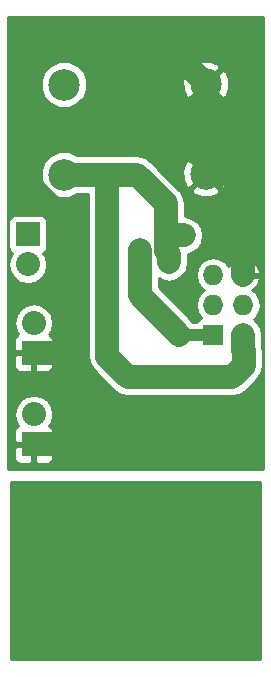
<source format=gbr>
G04 #@! TF.FileFunction,Copper,L2,Bot,Signal*
%FSLAX46Y46*%
G04 Gerber Fmt 4.6, Leading zero omitted, Abs format (unit mm)*
G04 Created by KiCad (PCBNEW 4.0.5+dfsg1-4) date Thu Jun 25 19:11:42 2020*
%MOMM*%
%LPD*%
G01*
G04 APERTURE LIST*
%ADD10C,0.100000*%
%ADD11C,2.670000*%
%ADD12R,2.032000X2.032000*%
%ADD13O,2.032000X2.032000*%
%ADD14R,1.727200X1.727200*%
%ADD15O,1.727200X1.727200*%
%ADD16C,1.000000*%
%ADD17C,2.000000*%
%ADD18C,1.000000*%
%ADD19C,0.254000*%
G04 APERTURE END LIST*
D10*
D11*
X142553200Y-76757000D03*
X142553200Y-84377000D03*
X142553200Y-84377000D03*
X142553200Y-76757000D03*
X142553200Y-76757000D03*
X142553200Y-84377000D03*
X142553200Y-84377000D03*
X142553200Y-76757000D03*
X142553200Y-84377000D03*
X142553200Y-119426000D03*
X142553200Y-111806000D03*
X154553200Y-119376000D03*
X154553200Y-111756000D03*
X154553200Y-111756000D03*
X154553200Y-119376000D03*
X154553200Y-119376000D03*
X154553200Y-111756000D03*
X154553200Y-111756000D03*
X154553200Y-119376000D03*
X154553200Y-111756000D03*
X154553200Y-76707000D03*
X154553200Y-84327000D03*
D12*
X139981800Y-99480600D03*
D13*
X139981800Y-96940600D03*
D12*
X139994500Y-107227600D03*
D13*
X139994500Y-104687600D03*
D14*
X155183700Y-97982000D03*
D15*
X157723700Y-97982000D03*
X155183700Y-95442000D03*
X157723700Y-95442000D03*
X155183700Y-92902000D03*
X157723700Y-92902000D03*
D12*
X139489040Y-89437440D03*
D13*
X139489040Y-91977440D03*
D16*
X152717360Y-89533960D03*
X151419560Y-91815920D03*
X144035120Y-104210080D03*
X142535120Y-104210080D03*
X142535120Y-105710080D03*
X142535120Y-107210080D03*
X144035120Y-105710080D03*
X144035120Y-107210080D03*
X153035120Y-107210080D03*
X151535120Y-107210080D03*
X153035120Y-105710080D03*
X151535120Y-105710080D03*
X153035120Y-104210080D03*
X151535120Y-104210080D03*
X148536520Y-104194840D03*
X148948000Y-90743000D03*
D17*
X154553200Y-119376000D02*
X154553200Y-111756000D01*
X142553200Y-119426000D02*
X154503200Y-119426000D01*
X154503200Y-119426000D02*
X154553200Y-119376000D01*
X142553200Y-111806000D02*
X142553200Y-119426000D01*
X151148010Y-90837264D02*
X151148010Y-89839800D01*
X151148010Y-89839800D02*
X151148010Y-86808910D01*
X152717360Y-89533960D02*
X151453850Y-89533960D01*
X151453850Y-89533960D02*
X151148010Y-89839800D01*
X151419560Y-91815920D02*
X151419560Y-91108814D01*
X151419560Y-91108814D02*
X151148010Y-90837264D01*
X151148010Y-86808910D02*
X148833700Y-84494600D01*
X148716100Y-84377000D02*
X146225120Y-84377000D01*
X146225120Y-99790480D02*
X146225120Y-84377000D01*
X146225120Y-84377000D02*
X142553200Y-84377000D01*
X147957400Y-101522760D02*
X146225120Y-99790480D01*
X156781360Y-101522760D02*
X147957400Y-101522760D01*
X157751640Y-100552480D02*
X156781360Y-101522760D01*
X157751640Y-99231254D02*
X157751640Y-100552480D01*
X157723700Y-97982000D02*
X157723700Y-99203314D01*
X157723700Y-99203314D02*
X157751640Y-99231254D01*
X148833700Y-84494600D02*
X148716100Y-84377000D01*
X148833700Y-84494600D02*
X148655900Y-84494600D01*
X140733640Y-73130640D02*
X150976840Y-73130640D01*
X150976840Y-73130640D02*
X154553200Y-76707000D01*
X139285840Y-74578440D02*
X140733640Y-73130640D01*
X139285840Y-76181118D02*
X139285840Y-74578440D01*
X139331560Y-84907162D02*
X139331560Y-76226838D01*
X139331560Y-76226838D02*
X139285840Y-76181118D01*
X142953600Y-88190300D02*
X141984739Y-87221439D01*
X141984739Y-87221439D02*
X141645837Y-87221439D01*
X141645837Y-87221439D02*
X139331560Y-84907162D01*
X142577680Y-107227600D02*
X142953600Y-106851680D01*
X142953600Y-106851680D02*
X142953600Y-105008182D01*
X139994500Y-107227600D02*
X142577680Y-107227600D01*
X142953600Y-105008182D02*
X142953600Y-103702080D01*
X142953600Y-103702080D02*
X142953600Y-101296700D01*
X148536520Y-104194840D02*
X143446360Y-104194840D01*
X143446360Y-104194840D02*
X142953600Y-103702080D01*
X154553200Y-76707000D02*
X154553200Y-80570300D01*
X154553200Y-80570300D02*
X154553200Y-84327000D01*
X142953600Y-99645700D02*
X142953600Y-88190300D01*
X142953600Y-101296700D02*
X142953600Y-99645700D01*
X157723700Y-85599500D02*
X156451200Y-84327000D01*
X156451200Y-84327000D02*
X154553200Y-84327000D01*
X157723700Y-92902000D02*
X157723700Y-85599500D01*
X139981800Y-99480600D02*
X142788500Y-99480600D01*
X142788500Y-99480600D02*
X142953600Y-99645700D01*
D18*
X155183700Y-97982000D02*
X152320100Y-97982000D01*
D17*
X148948000Y-90743000D02*
X148948000Y-94609900D01*
X148948000Y-94609900D02*
X152320100Y-97982000D01*
D19*
G36*
X159151200Y-125424000D02*
X138055200Y-125424000D01*
X138055200Y-110402600D01*
X159151200Y-110402600D01*
X159151200Y-125424000D01*
X159151200Y-125424000D01*
G37*
X159151200Y-125424000D02*
X138055200Y-125424000D01*
X138055200Y-110402600D01*
X159151200Y-110402600D01*
X159151200Y-125424000D01*
G36*
X159401200Y-109300999D02*
X137805200Y-109324862D01*
X137805200Y-107513350D01*
X138343500Y-107513350D01*
X138343500Y-108369909D01*
X138440173Y-108603298D01*
X138618801Y-108781927D01*
X138852190Y-108878600D01*
X139708750Y-108878600D01*
X139867500Y-108719850D01*
X139867500Y-107354600D01*
X140121500Y-107354600D01*
X140121500Y-108719850D01*
X140280250Y-108878600D01*
X141136810Y-108878600D01*
X141370199Y-108781927D01*
X141548827Y-108603298D01*
X141645500Y-108369909D01*
X141645500Y-107513350D01*
X141486750Y-107354600D01*
X140121500Y-107354600D01*
X139867500Y-107354600D01*
X138502250Y-107354600D01*
X138343500Y-107513350D01*
X137805200Y-107513350D01*
X137805200Y-106085291D01*
X138343500Y-106085291D01*
X138343500Y-106941850D01*
X138502250Y-107100600D01*
X139867500Y-107100600D01*
X139867500Y-107080600D01*
X140121500Y-107080600D01*
X140121500Y-107100600D01*
X141486750Y-107100600D01*
X141645500Y-106941850D01*
X141645500Y-106085291D01*
X141548827Y-105851902D01*
X141370199Y-105673273D01*
X141311655Y-105649023D01*
X141512434Y-105348537D01*
X141637500Y-104719788D01*
X141637500Y-104655412D01*
X141512434Y-104026663D01*
X141156276Y-103493636D01*
X140623249Y-103137478D01*
X139994500Y-103012412D01*
X139365751Y-103137478D01*
X138832724Y-103493636D01*
X138476566Y-104026663D01*
X138351500Y-104655412D01*
X138351500Y-104719788D01*
X138476566Y-105348537D01*
X138677345Y-105649023D01*
X138618801Y-105673273D01*
X138440173Y-105851902D01*
X138343500Y-106085291D01*
X137805200Y-106085291D01*
X137805200Y-99766350D01*
X138330800Y-99766350D01*
X138330800Y-100622909D01*
X138427473Y-100856298D01*
X138606101Y-101034927D01*
X138839490Y-101131600D01*
X139696050Y-101131600D01*
X139854800Y-100972850D01*
X139854800Y-99607600D01*
X140108800Y-99607600D01*
X140108800Y-100972850D01*
X140267550Y-101131600D01*
X141124110Y-101131600D01*
X141357499Y-101034927D01*
X141536127Y-100856298D01*
X141632800Y-100622909D01*
X141632800Y-99766350D01*
X141474050Y-99607600D01*
X140108800Y-99607600D01*
X139854800Y-99607600D01*
X138489550Y-99607600D01*
X138330800Y-99766350D01*
X137805200Y-99766350D01*
X137805200Y-98338291D01*
X138330800Y-98338291D01*
X138330800Y-99194850D01*
X138489550Y-99353600D01*
X139854800Y-99353600D01*
X139854800Y-99333600D01*
X140108800Y-99333600D01*
X140108800Y-99353600D01*
X141474050Y-99353600D01*
X141632800Y-99194850D01*
X141632800Y-98338291D01*
X141536127Y-98104902D01*
X141357499Y-97926273D01*
X141298955Y-97902023D01*
X141499734Y-97601537D01*
X141624800Y-96972788D01*
X141624800Y-96908412D01*
X141499734Y-96279663D01*
X141143576Y-95746636D01*
X140610549Y-95390478D01*
X139981800Y-95265412D01*
X139353051Y-95390478D01*
X138820024Y-95746636D01*
X138463866Y-96279663D01*
X138338800Y-96908412D01*
X138338800Y-96972788D01*
X138463866Y-97601537D01*
X138664645Y-97902023D01*
X138606101Y-97926273D01*
X138427473Y-98104902D01*
X138330800Y-98338291D01*
X137805200Y-98338291D01*
X137805200Y-88421440D01*
X137833757Y-88421440D01*
X137833757Y-90453440D01*
X137877477Y-90685792D01*
X138014797Y-90899193D01*
X138176238Y-91009502D01*
X137971106Y-91316503D01*
X137846040Y-91945252D01*
X137846040Y-92009628D01*
X137971106Y-92638377D01*
X138327264Y-93171404D01*
X138860291Y-93527562D01*
X139489040Y-93652628D01*
X140117789Y-93527562D01*
X140650816Y-93171404D01*
X141006974Y-92638377D01*
X141132040Y-92009628D01*
X141132040Y-91945252D01*
X141006974Y-91316503D01*
X140800921Y-91008123D01*
X140950793Y-90911683D01*
X141093957Y-90702157D01*
X141144323Y-90453440D01*
X141144323Y-88421440D01*
X141100603Y-88189088D01*
X140963283Y-87975687D01*
X140753757Y-87832523D01*
X140505040Y-87782157D01*
X138473040Y-87782157D01*
X138240688Y-87825877D01*
X138027287Y-87963197D01*
X137884123Y-88172723D01*
X137833757Y-88421440D01*
X137805200Y-88421440D01*
X137805200Y-84765554D01*
X140590860Y-84765554D01*
X140888927Y-85486932D01*
X141440365Y-86039333D01*
X142161222Y-86338659D01*
X142941754Y-86339340D01*
X143663132Y-86041273D01*
X143700470Y-86004000D01*
X144598120Y-86004000D01*
X144598120Y-99790480D01*
X144721968Y-100413106D01*
X145074657Y-100940943D01*
X146806937Y-102673223D01*
X147334774Y-103025912D01*
X147957400Y-103149760D01*
X156781360Y-103149760D01*
X157403986Y-103025912D01*
X157931823Y-102673223D01*
X158902103Y-101702943D01*
X159254792Y-101175106D01*
X159378640Y-100552480D01*
X159378640Y-99231254D01*
X159350700Y-99090790D01*
X159350700Y-97982000D01*
X159226852Y-97359374D01*
X158874163Y-96831537D01*
X158596717Y-96646154D01*
X158777713Y-96525216D01*
X159100835Y-96041631D01*
X159214300Y-95471203D01*
X159214300Y-95412797D01*
X159100835Y-94842369D01*
X158777713Y-94358784D01*
X158506472Y-94177546D01*
X158930521Y-93790490D01*
X159178668Y-93261027D01*
X159058169Y-93029000D01*
X157850700Y-93029000D01*
X157850700Y-93049000D01*
X157596700Y-93049000D01*
X157596700Y-93029000D01*
X157576700Y-93029000D01*
X157576700Y-92775000D01*
X157596700Y-92775000D01*
X157596700Y-91568183D01*
X157850700Y-91568183D01*
X157850700Y-92775000D01*
X159058169Y-92775000D01*
X159178668Y-92542973D01*
X158930521Y-92013510D01*
X158498647Y-91619312D01*
X158082726Y-91447042D01*
X157850700Y-91568183D01*
X157596700Y-91568183D01*
X157364674Y-91447042D01*
X156948753Y-91619312D01*
X156516879Y-92013510D01*
X156455431Y-92144621D01*
X156237713Y-91818784D01*
X155754128Y-91495662D01*
X155183700Y-91382197D01*
X154613272Y-91495662D01*
X154129687Y-91818784D01*
X153806565Y-92302369D01*
X153693100Y-92872797D01*
X153693100Y-92931203D01*
X153806565Y-93501631D01*
X154129687Y-93985216D01*
X154409228Y-94172000D01*
X154129687Y-94358784D01*
X153806565Y-94842369D01*
X153693100Y-95412797D01*
X153693100Y-95471203D01*
X153806565Y-96041631D01*
X154123591Y-96516093D01*
X154087748Y-96522837D01*
X153874347Y-96660157D01*
X153741216Y-96855000D01*
X153486240Y-96855000D01*
X153470563Y-96831538D01*
X150575000Y-93935974D01*
X150575000Y-93170781D01*
X150796934Y-93319072D01*
X151419560Y-93442920D01*
X152042186Y-93319072D01*
X152570023Y-92966383D01*
X152922712Y-92438546D01*
X153046560Y-91815920D01*
X153046560Y-91108819D01*
X153046561Y-91108814D01*
X153044009Y-91095985D01*
X153339986Y-91037112D01*
X153867823Y-90684423D01*
X154220512Y-90156586D01*
X154344360Y-89533960D01*
X154220512Y-88911334D01*
X153867823Y-88383497D01*
X153339986Y-88030808D01*
X152775010Y-87918427D01*
X152775010Y-86808915D01*
X152775011Y-86808910D01*
X152651162Y-86186284D01*
X152554269Y-86041273D01*
X152340774Y-85721754D01*
X153338051Y-85721754D01*
X153477685Y-86023385D01*
X154208732Y-86305837D01*
X154992221Y-86287029D01*
X155628715Y-86023385D01*
X155768349Y-85721754D01*
X154553200Y-84506605D01*
X153338051Y-85721754D01*
X152340774Y-85721754D01*
X152298473Y-85658447D01*
X152298470Y-85658445D01*
X150622558Y-83982532D01*
X152574363Y-83982532D01*
X152593171Y-84766021D01*
X152856815Y-85402515D01*
X153158446Y-85542149D01*
X154373595Y-84327000D01*
X154732805Y-84327000D01*
X155947954Y-85542149D01*
X156249585Y-85402515D01*
X156532037Y-84671468D01*
X156513229Y-83887979D01*
X156249585Y-83251485D01*
X155947954Y-83111851D01*
X154732805Y-84327000D01*
X154373595Y-84327000D01*
X153158446Y-83111851D01*
X152856815Y-83251485D01*
X152574363Y-83982532D01*
X150622558Y-83982532D01*
X149984163Y-83344137D01*
X149984160Y-83344135D01*
X149866563Y-83226537D01*
X149426125Y-82932246D01*
X153338051Y-82932246D01*
X154553200Y-84147395D01*
X155768349Y-82932246D01*
X155628715Y-82630615D01*
X154897668Y-82348163D01*
X154114179Y-82366971D01*
X153477685Y-82630615D01*
X153338051Y-82932246D01*
X149426125Y-82932246D01*
X149338726Y-82873848D01*
X148716100Y-82750000D01*
X143701306Y-82750000D01*
X143666035Y-82714667D01*
X142945178Y-82415341D01*
X142164646Y-82414660D01*
X141443268Y-82712727D01*
X140890867Y-83264165D01*
X140591541Y-83985022D01*
X140590860Y-84765554D01*
X137805200Y-84765554D01*
X137805200Y-77145554D01*
X140590860Y-77145554D01*
X140888927Y-77866932D01*
X141440365Y-78419333D01*
X142161222Y-78718659D01*
X142941754Y-78719340D01*
X143663132Y-78421273D01*
X143983208Y-78101754D01*
X153338051Y-78101754D01*
X153477685Y-78403385D01*
X154208732Y-78685837D01*
X154992221Y-78667029D01*
X155628715Y-78403385D01*
X155768349Y-78101754D01*
X154553200Y-76886605D01*
X153338051Y-78101754D01*
X143983208Y-78101754D01*
X144215533Y-77869835D01*
X144514859Y-77148978D01*
X144515540Y-76368446D01*
X144513097Y-76362532D01*
X152574363Y-76362532D01*
X152593171Y-77146021D01*
X152856815Y-77782515D01*
X153158446Y-77922149D01*
X154373595Y-76707000D01*
X154732805Y-76707000D01*
X155947954Y-77922149D01*
X156249585Y-77782515D01*
X156532037Y-77051468D01*
X156513229Y-76267979D01*
X156249585Y-75631485D01*
X155947954Y-75491851D01*
X154732805Y-76707000D01*
X154373595Y-76707000D01*
X153158446Y-75491851D01*
X152856815Y-75631485D01*
X152574363Y-76362532D01*
X144513097Y-76362532D01*
X144217473Y-75647068D01*
X143883235Y-75312246D01*
X153338051Y-75312246D01*
X154553200Y-76527395D01*
X155768349Y-75312246D01*
X155628715Y-75010615D01*
X154897668Y-74728163D01*
X154114179Y-74746971D01*
X153477685Y-75010615D01*
X153338051Y-75312246D01*
X143883235Y-75312246D01*
X143666035Y-75094667D01*
X142945178Y-74795341D01*
X142164646Y-74794660D01*
X141443268Y-75092727D01*
X140890867Y-75644165D01*
X140591541Y-76365022D01*
X140590860Y-77145554D01*
X137805200Y-77145554D01*
X137805200Y-71078000D01*
X159401200Y-71078000D01*
X159401200Y-109300999D01*
X159401200Y-109300999D01*
G37*
X159401200Y-109300999D02*
X137805200Y-109324862D01*
X137805200Y-107513350D01*
X138343500Y-107513350D01*
X138343500Y-108369909D01*
X138440173Y-108603298D01*
X138618801Y-108781927D01*
X138852190Y-108878600D01*
X139708750Y-108878600D01*
X139867500Y-108719850D01*
X139867500Y-107354600D01*
X140121500Y-107354600D01*
X140121500Y-108719850D01*
X140280250Y-108878600D01*
X141136810Y-108878600D01*
X141370199Y-108781927D01*
X141548827Y-108603298D01*
X141645500Y-108369909D01*
X141645500Y-107513350D01*
X141486750Y-107354600D01*
X140121500Y-107354600D01*
X139867500Y-107354600D01*
X138502250Y-107354600D01*
X138343500Y-107513350D01*
X137805200Y-107513350D01*
X137805200Y-106085291D01*
X138343500Y-106085291D01*
X138343500Y-106941850D01*
X138502250Y-107100600D01*
X139867500Y-107100600D01*
X139867500Y-107080600D01*
X140121500Y-107080600D01*
X140121500Y-107100600D01*
X141486750Y-107100600D01*
X141645500Y-106941850D01*
X141645500Y-106085291D01*
X141548827Y-105851902D01*
X141370199Y-105673273D01*
X141311655Y-105649023D01*
X141512434Y-105348537D01*
X141637500Y-104719788D01*
X141637500Y-104655412D01*
X141512434Y-104026663D01*
X141156276Y-103493636D01*
X140623249Y-103137478D01*
X139994500Y-103012412D01*
X139365751Y-103137478D01*
X138832724Y-103493636D01*
X138476566Y-104026663D01*
X138351500Y-104655412D01*
X138351500Y-104719788D01*
X138476566Y-105348537D01*
X138677345Y-105649023D01*
X138618801Y-105673273D01*
X138440173Y-105851902D01*
X138343500Y-106085291D01*
X137805200Y-106085291D01*
X137805200Y-99766350D01*
X138330800Y-99766350D01*
X138330800Y-100622909D01*
X138427473Y-100856298D01*
X138606101Y-101034927D01*
X138839490Y-101131600D01*
X139696050Y-101131600D01*
X139854800Y-100972850D01*
X139854800Y-99607600D01*
X140108800Y-99607600D01*
X140108800Y-100972850D01*
X140267550Y-101131600D01*
X141124110Y-101131600D01*
X141357499Y-101034927D01*
X141536127Y-100856298D01*
X141632800Y-100622909D01*
X141632800Y-99766350D01*
X141474050Y-99607600D01*
X140108800Y-99607600D01*
X139854800Y-99607600D01*
X138489550Y-99607600D01*
X138330800Y-99766350D01*
X137805200Y-99766350D01*
X137805200Y-98338291D01*
X138330800Y-98338291D01*
X138330800Y-99194850D01*
X138489550Y-99353600D01*
X139854800Y-99353600D01*
X139854800Y-99333600D01*
X140108800Y-99333600D01*
X140108800Y-99353600D01*
X141474050Y-99353600D01*
X141632800Y-99194850D01*
X141632800Y-98338291D01*
X141536127Y-98104902D01*
X141357499Y-97926273D01*
X141298955Y-97902023D01*
X141499734Y-97601537D01*
X141624800Y-96972788D01*
X141624800Y-96908412D01*
X141499734Y-96279663D01*
X141143576Y-95746636D01*
X140610549Y-95390478D01*
X139981800Y-95265412D01*
X139353051Y-95390478D01*
X138820024Y-95746636D01*
X138463866Y-96279663D01*
X138338800Y-96908412D01*
X138338800Y-96972788D01*
X138463866Y-97601537D01*
X138664645Y-97902023D01*
X138606101Y-97926273D01*
X138427473Y-98104902D01*
X138330800Y-98338291D01*
X137805200Y-98338291D01*
X137805200Y-88421440D01*
X137833757Y-88421440D01*
X137833757Y-90453440D01*
X137877477Y-90685792D01*
X138014797Y-90899193D01*
X138176238Y-91009502D01*
X137971106Y-91316503D01*
X137846040Y-91945252D01*
X137846040Y-92009628D01*
X137971106Y-92638377D01*
X138327264Y-93171404D01*
X138860291Y-93527562D01*
X139489040Y-93652628D01*
X140117789Y-93527562D01*
X140650816Y-93171404D01*
X141006974Y-92638377D01*
X141132040Y-92009628D01*
X141132040Y-91945252D01*
X141006974Y-91316503D01*
X140800921Y-91008123D01*
X140950793Y-90911683D01*
X141093957Y-90702157D01*
X141144323Y-90453440D01*
X141144323Y-88421440D01*
X141100603Y-88189088D01*
X140963283Y-87975687D01*
X140753757Y-87832523D01*
X140505040Y-87782157D01*
X138473040Y-87782157D01*
X138240688Y-87825877D01*
X138027287Y-87963197D01*
X137884123Y-88172723D01*
X137833757Y-88421440D01*
X137805200Y-88421440D01*
X137805200Y-84765554D01*
X140590860Y-84765554D01*
X140888927Y-85486932D01*
X141440365Y-86039333D01*
X142161222Y-86338659D01*
X142941754Y-86339340D01*
X143663132Y-86041273D01*
X143700470Y-86004000D01*
X144598120Y-86004000D01*
X144598120Y-99790480D01*
X144721968Y-100413106D01*
X145074657Y-100940943D01*
X146806937Y-102673223D01*
X147334774Y-103025912D01*
X147957400Y-103149760D01*
X156781360Y-103149760D01*
X157403986Y-103025912D01*
X157931823Y-102673223D01*
X158902103Y-101702943D01*
X159254792Y-101175106D01*
X159378640Y-100552480D01*
X159378640Y-99231254D01*
X159350700Y-99090790D01*
X159350700Y-97982000D01*
X159226852Y-97359374D01*
X158874163Y-96831537D01*
X158596717Y-96646154D01*
X158777713Y-96525216D01*
X159100835Y-96041631D01*
X159214300Y-95471203D01*
X159214300Y-95412797D01*
X159100835Y-94842369D01*
X158777713Y-94358784D01*
X158506472Y-94177546D01*
X158930521Y-93790490D01*
X159178668Y-93261027D01*
X159058169Y-93029000D01*
X157850700Y-93029000D01*
X157850700Y-93049000D01*
X157596700Y-93049000D01*
X157596700Y-93029000D01*
X157576700Y-93029000D01*
X157576700Y-92775000D01*
X157596700Y-92775000D01*
X157596700Y-91568183D01*
X157850700Y-91568183D01*
X157850700Y-92775000D01*
X159058169Y-92775000D01*
X159178668Y-92542973D01*
X158930521Y-92013510D01*
X158498647Y-91619312D01*
X158082726Y-91447042D01*
X157850700Y-91568183D01*
X157596700Y-91568183D01*
X157364674Y-91447042D01*
X156948753Y-91619312D01*
X156516879Y-92013510D01*
X156455431Y-92144621D01*
X156237713Y-91818784D01*
X155754128Y-91495662D01*
X155183700Y-91382197D01*
X154613272Y-91495662D01*
X154129687Y-91818784D01*
X153806565Y-92302369D01*
X153693100Y-92872797D01*
X153693100Y-92931203D01*
X153806565Y-93501631D01*
X154129687Y-93985216D01*
X154409228Y-94172000D01*
X154129687Y-94358784D01*
X153806565Y-94842369D01*
X153693100Y-95412797D01*
X153693100Y-95471203D01*
X153806565Y-96041631D01*
X154123591Y-96516093D01*
X154087748Y-96522837D01*
X153874347Y-96660157D01*
X153741216Y-96855000D01*
X153486240Y-96855000D01*
X153470563Y-96831538D01*
X150575000Y-93935974D01*
X150575000Y-93170781D01*
X150796934Y-93319072D01*
X151419560Y-93442920D01*
X152042186Y-93319072D01*
X152570023Y-92966383D01*
X152922712Y-92438546D01*
X153046560Y-91815920D01*
X153046560Y-91108819D01*
X153046561Y-91108814D01*
X153044009Y-91095985D01*
X153339986Y-91037112D01*
X153867823Y-90684423D01*
X154220512Y-90156586D01*
X154344360Y-89533960D01*
X154220512Y-88911334D01*
X153867823Y-88383497D01*
X153339986Y-88030808D01*
X152775010Y-87918427D01*
X152775010Y-86808915D01*
X152775011Y-86808910D01*
X152651162Y-86186284D01*
X152554269Y-86041273D01*
X152340774Y-85721754D01*
X153338051Y-85721754D01*
X153477685Y-86023385D01*
X154208732Y-86305837D01*
X154992221Y-86287029D01*
X155628715Y-86023385D01*
X155768349Y-85721754D01*
X154553200Y-84506605D01*
X153338051Y-85721754D01*
X152340774Y-85721754D01*
X152298473Y-85658447D01*
X152298470Y-85658445D01*
X150622558Y-83982532D01*
X152574363Y-83982532D01*
X152593171Y-84766021D01*
X152856815Y-85402515D01*
X153158446Y-85542149D01*
X154373595Y-84327000D01*
X154732805Y-84327000D01*
X155947954Y-85542149D01*
X156249585Y-85402515D01*
X156532037Y-84671468D01*
X156513229Y-83887979D01*
X156249585Y-83251485D01*
X155947954Y-83111851D01*
X154732805Y-84327000D01*
X154373595Y-84327000D01*
X153158446Y-83111851D01*
X152856815Y-83251485D01*
X152574363Y-83982532D01*
X150622558Y-83982532D01*
X149984163Y-83344137D01*
X149984160Y-83344135D01*
X149866563Y-83226537D01*
X149426125Y-82932246D01*
X153338051Y-82932246D01*
X154553200Y-84147395D01*
X155768349Y-82932246D01*
X155628715Y-82630615D01*
X154897668Y-82348163D01*
X154114179Y-82366971D01*
X153477685Y-82630615D01*
X153338051Y-82932246D01*
X149426125Y-82932246D01*
X149338726Y-82873848D01*
X148716100Y-82750000D01*
X143701306Y-82750000D01*
X143666035Y-82714667D01*
X142945178Y-82415341D01*
X142164646Y-82414660D01*
X141443268Y-82712727D01*
X140890867Y-83264165D01*
X140591541Y-83985022D01*
X140590860Y-84765554D01*
X137805200Y-84765554D01*
X137805200Y-77145554D01*
X140590860Y-77145554D01*
X140888927Y-77866932D01*
X141440365Y-78419333D01*
X142161222Y-78718659D01*
X142941754Y-78719340D01*
X143663132Y-78421273D01*
X143983208Y-78101754D01*
X153338051Y-78101754D01*
X153477685Y-78403385D01*
X154208732Y-78685837D01*
X154992221Y-78667029D01*
X155628715Y-78403385D01*
X155768349Y-78101754D01*
X154553200Y-76886605D01*
X153338051Y-78101754D01*
X143983208Y-78101754D01*
X144215533Y-77869835D01*
X144514859Y-77148978D01*
X144515540Y-76368446D01*
X144513097Y-76362532D01*
X152574363Y-76362532D01*
X152593171Y-77146021D01*
X152856815Y-77782515D01*
X153158446Y-77922149D01*
X154373595Y-76707000D01*
X154732805Y-76707000D01*
X155947954Y-77922149D01*
X156249585Y-77782515D01*
X156532037Y-77051468D01*
X156513229Y-76267979D01*
X156249585Y-75631485D01*
X155947954Y-75491851D01*
X154732805Y-76707000D01*
X154373595Y-76707000D01*
X153158446Y-75491851D01*
X152856815Y-75631485D01*
X152574363Y-76362532D01*
X144513097Y-76362532D01*
X144217473Y-75647068D01*
X143883235Y-75312246D01*
X153338051Y-75312246D01*
X154553200Y-76527395D01*
X155768349Y-75312246D01*
X155628715Y-75010615D01*
X154897668Y-74728163D01*
X154114179Y-74746971D01*
X153477685Y-75010615D01*
X153338051Y-75312246D01*
X143883235Y-75312246D01*
X143666035Y-75094667D01*
X142945178Y-74795341D01*
X142164646Y-74794660D01*
X141443268Y-75092727D01*
X140890867Y-75644165D01*
X140591541Y-76365022D01*
X140590860Y-77145554D01*
X137805200Y-77145554D01*
X137805200Y-71078000D01*
X159401200Y-71078000D01*
X159401200Y-109300999D01*
M02*

</source>
